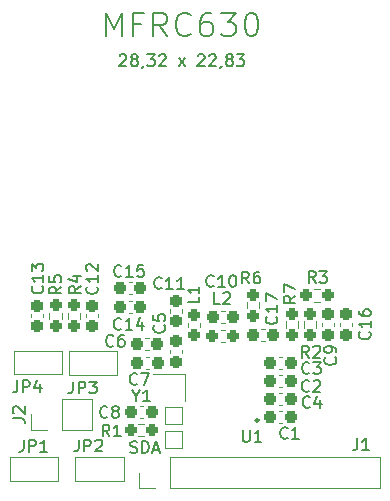
<source format=gto>
G04 #@! TF.GenerationSoftware,KiCad,Pcbnew,7.0.9*
G04 #@! TF.CreationDate,2024-04-20T19:07:20+02:00*
G04 #@! TF.ProjectId,NFC_Programmer,4e46435f-5072-46f6-9772-616d6d65722e,3.0*
G04 #@! TF.SameCoordinates,Original*
G04 #@! TF.FileFunction,Legend,Top*
G04 #@! TF.FilePolarity,Positive*
%FSLAX46Y46*%
G04 Gerber Fmt 4.6, Leading zero omitted, Abs format (unit mm)*
G04 Created by KiCad (PCBNEW 7.0.9) date 2024-04-20 19:07:20*
%MOMM*%
%LPD*%
G01*
G04 APERTURE LIST*
G04 Aperture macros list*
%AMRoundRect*
0 Rectangle with rounded corners*
0 $1 Rounding radius*
0 $2 $3 $4 $5 $6 $7 $8 $9 X,Y pos of 4 corners*
0 Add a 4 corners polygon primitive as box body*
4,1,4,$2,$3,$4,$5,$6,$7,$8,$9,$2,$3,0*
0 Add four circle primitives for the rounded corners*
1,1,$1+$1,$2,$3*
1,1,$1+$1,$4,$5*
1,1,$1+$1,$6,$7*
1,1,$1+$1,$8,$9*
0 Add four rect primitives between the rounded corners*
20,1,$1+$1,$2,$3,$4,$5,0*
20,1,$1+$1,$4,$5,$6,$7,0*
20,1,$1+$1,$6,$7,$8,$9,0*
20,1,$1+$1,$8,$9,$2,$3,0*%
G04 Aperture macros list end*
%ADD10C,0.153000*%
%ADD11C,0.120000*%
%ADD12C,0.250000*%
%ADD13RoundRect,0.237500X-0.237500X0.250000X-0.237500X-0.250000X0.237500X-0.250000X0.237500X0.250000X0*%
%ADD14RoundRect,0.237500X0.300000X0.237500X-0.300000X0.237500X-0.300000X-0.237500X0.300000X-0.237500X0*%
%ADD15RoundRect,0.237500X0.237500X-0.250000X0.237500X0.250000X-0.237500X0.250000X-0.237500X-0.250000X0*%
%ADD16R,1.000000X1.500000*%
%ADD17C,3.000000*%
%ADD18R,1.000000X1.000000*%
%ADD19R,1.700000X1.700000*%
%ADD20O,1.700000X1.700000*%
%ADD21RoundRect,0.237500X0.237500X-0.287500X0.237500X0.287500X-0.237500X0.287500X-0.237500X-0.287500X0*%
%ADD22R,0.900000X0.800000*%
%ADD23RoundRect,0.237500X0.237500X-0.300000X0.237500X0.300000X-0.237500X0.300000X-0.237500X-0.300000X0*%
%ADD24RoundRect,0.237500X-0.237500X0.300000X-0.237500X-0.300000X0.237500X-0.300000X0.237500X0.300000X0*%
%ADD25R,0.850000X0.300000*%
%ADD26R,0.300000X0.850000*%
%ADD27R,3.250000X3.250000*%
%ADD28RoundRect,0.237500X-0.300000X-0.237500X0.300000X-0.237500X0.300000X0.237500X-0.300000X0.237500X0*%
%ADD29RoundRect,0.237500X-0.250000X-0.237500X0.250000X-0.237500X0.250000X0.237500X-0.250000X0.237500X0*%
%ADD30RoundRect,0.237500X-0.287500X-0.237500X0.287500X-0.237500X0.287500X0.237500X-0.287500X0.237500X0*%
%ADD31RoundRect,0.237500X0.250000X0.237500X-0.250000X0.237500X-0.250000X-0.237500X0.250000X-0.237500X0*%
G04 APERTURE END LIST*
D10*
X134711133Y-72684901D02*
X134758752Y-72637282D01*
X134758752Y-72637282D02*
X134853990Y-72589663D01*
X134853990Y-72589663D02*
X135092085Y-72589663D01*
X135092085Y-72589663D02*
X135187323Y-72637282D01*
X135187323Y-72637282D02*
X135234942Y-72684901D01*
X135234942Y-72684901D02*
X135282561Y-72780139D01*
X135282561Y-72780139D02*
X135282561Y-72875377D01*
X135282561Y-72875377D02*
X135234942Y-73018234D01*
X135234942Y-73018234D02*
X134663514Y-73589663D01*
X134663514Y-73589663D02*
X135282561Y-73589663D01*
X135853990Y-73018234D02*
X135758752Y-72970615D01*
X135758752Y-72970615D02*
X135711133Y-72922996D01*
X135711133Y-72922996D02*
X135663514Y-72827758D01*
X135663514Y-72827758D02*
X135663514Y-72780139D01*
X135663514Y-72780139D02*
X135711133Y-72684901D01*
X135711133Y-72684901D02*
X135758752Y-72637282D01*
X135758752Y-72637282D02*
X135853990Y-72589663D01*
X135853990Y-72589663D02*
X136044466Y-72589663D01*
X136044466Y-72589663D02*
X136139704Y-72637282D01*
X136139704Y-72637282D02*
X136187323Y-72684901D01*
X136187323Y-72684901D02*
X136234942Y-72780139D01*
X136234942Y-72780139D02*
X136234942Y-72827758D01*
X136234942Y-72827758D02*
X136187323Y-72922996D01*
X136187323Y-72922996D02*
X136139704Y-72970615D01*
X136139704Y-72970615D02*
X136044466Y-73018234D01*
X136044466Y-73018234D02*
X135853990Y-73018234D01*
X135853990Y-73018234D02*
X135758752Y-73065853D01*
X135758752Y-73065853D02*
X135711133Y-73113472D01*
X135711133Y-73113472D02*
X135663514Y-73208710D01*
X135663514Y-73208710D02*
X135663514Y-73399186D01*
X135663514Y-73399186D02*
X135711133Y-73494424D01*
X135711133Y-73494424D02*
X135758752Y-73542044D01*
X135758752Y-73542044D02*
X135853990Y-73589663D01*
X135853990Y-73589663D02*
X136044466Y-73589663D01*
X136044466Y-73589663D02*
X136139704Y-73542044D01*
X136139704Y-73542044D02*
X136187323Y-73494424D01*
X136187323Y-73494424D02*
X136234942Y-73399186D01*
X136234942Y-73399186D02*
X136234942Y-73208710D01*
X136234942Y-73208710D02*
X136187323Y-73113472D01*
X136187323Y-73113472D02*
X136139704Y-73065853D01*
X136139704Y-73065853D02*
X136044466Y-73018234D01*
X136711133Y-73542044D02*
X136711133Y-73589663D01*
X136711133Y-73589663D02*
X136663514Y-73684901D01*
X136663514Y-73684901D02*
X136615895Y-73732520D01*
X137044466Y-72589663D02*
X137663513Y-72589663D01*
X137663513Y-72589663D02*
X137330180Y-72970615D01*
X137330180Y-72970615D02*
X137473037Y-72970615D01*
X137473037Y-72970615D02*
X137568275Y-73018234D01*
X137568275Y-73018234D02*
X137615894Y-73065853D01*
X137615894Y-73065853D02*
X137663513Y-73161091D01*
X137663513Y-73161091D02*
X137663513Y-73399186D01*
X137663513Y-73399186D02*
X137615894Y-73494424D01*
X137615894Y-73494424D02*
X137568275Y-73542044D01*
X137568275Y-73542044D02*
X137473037Y-73589663D01*
X137473037Y-73589663D02*
X137187323Y-73589663D01*
X137187323Y-73589663D02*
X137092085Y-73542044D01*
X137092085Y-73542044D02*
X137044466Y-73494424D01*
X138044466Y-72684901D02*
X138092085Y-72637282D01*
X138092085Y-72637282D02*
X138187323Y-72589663D01*
X138187323Y-72589663D02*
X138425418Y-72589663D01*
X138425418Y-72589663D02*
X138520656Y-72637282D01*
X138520656Y-72637282D02*
X138568275Y-72684901D01*
X138568275Y-72684901D02*
X138615894Y-72780139D01*
X138615894Y-72780139D02*
X138615894Y-72875377D01*
X138615894Y-72875377D02*
X138568275Y-73018234D01*
X138568275Y-73018234D02*
X137996847Y-73589663D01*
X137996847Y-73589663D02*
X138615894Y-73589663D01*
X139711133Y-73589663D02*
X140234942Y-72922996D01*
X139711133Y-72922996D02*
X140234942Y-73589663D01*
X141330181Y-72684901D02*
X141377800Y-72637282D01*
X141377800Y-72637282D02*
X141473038Y-72589663D01*
X141473038Y-72589663D02*
X141711133Y-72589663D01*
X141711133Y-72589663D02*
X141806371Y-72637282D01*
X141806371Y-72637282D02*
X141853990Y-72684901D01*
X141853990Y-72684901D02*
X141901609Y-72780139D01*
X141901609Y-72780139D02*
X141901609Y-72875377D01*
X141901609Y-72875377D02*
X141853990Y-73018234D01*
X141853990Y-73018234D02*
X141282562Y-73589663D01*
X141282562Y-73589663D02*
X141901609Y-73589663D01*
X142282562Y-72684901D02*
X142330181Y-72637282D01*
X142330181Y-72637282D02*
X142425419Y-72589663D01*
X142425419Y-72589663D02*
X142663514Y-72589663D01*
X142663514Y-72589663D02*
X142758752Y-72637282D01*
X142758752Y-72637282D02*
X142806371Y-72684901D01*
X142806371Y-72684901D02*
X142853990Y-72780139D01*
X142853990Y-72780139D02*
X142853990Y-72875377D01*
X142853990Y-72875377D02*
X142806371Y-73018234D01*
X142806371Y-73018234D02*
X142234943Y-73589663D01*
X142234943Y-73589663D02*
X142853990Y-73589663D01*
X143330181Y-73542044D02*
X143330181Y-73589663D01*
X143330181Y-73589663D02*
X143282562Y-73684901D01*
X143282562Y-73684901D02*
X143234943Y-73732520D01*
X143901609Y-73018234D02*
X143806371Y-72970615D01*
X143806371Y-72970615D02*
X143758752Y-72922996D01*
X143758752Y-72922996D02*
X143711133Y-72827758D01*
X143711133Y-72827758D02*
X143711133Y-72780139D01*
X143711133Y-72780139D02*
X143758752Y-72684901D01*
X143758752Y-72684901D02*
X143806371Y-72637282D01*
X143806371Y-72637282D02*
X143901609Y-72589663D01*
X143901609Y-72589663D02*
X144092085Y-72589663D01*
X144092085Y-72589663D02*
X144187323Y-72637282D01*
X144187323Y-72637282D02*
X144234942Y-72684901D01*
X144234942Y-72684901D02*
X144282561Y-72780139D01*
X144282561Y-72780139D02*
X144282561Y-72827758D01*
X144282561Y-72827758D02*
X144234942Y-72922996D01*
X144234942Y-72922996D02*
X144187323Y-72970615D01*
X144187323Y-72970615D02*
X144092085Y-73018234D01*
X144092085Y-73018234D02*
X143901609Y-73018234D01*
X143901609Y-73018234D02*
X143806371Y-73065853D01*
X143806371Y-73065853D02*
X143758752Y-73113472D01*
X143758752Y-73113472D02*
X143711133Y-73208710D01*
X143711133Y-73208710D02*
X143711133Y-73399186D01*
X143711133Y-73399186D02*
X143758752Y-73494424D01*
X143758752Y-73494424D02*
X143806371Y-73542044D01*
X143806371Y-73542044D02*
X143901609Y-73589663D01*
X143901609Y-73589663D02*
X144092085Y-73589663D01*
X144092085Y-73589663D02*
X144187323Y-73542044D01*
X144187323Y-73542044D02*
X144234942Y-73494424D01*
X144234942Y-73494424D02*
X144282561Y-73399186D01*
X144282561Y-73399186D02*
X144282561Y-73208710D01*
X144282561Y-73208710D02*
X144234942Y-73113472D01*
X144234942Y-73113472D02*
X144187323Y-73065853D01*
X144187323Y-73065853D02*
X144092085Y-73018234D01*
X144615895Y-72589663D02*
X145234942Y-72589663D01*
X145234942Y-72589663D02*
X144901609Y-72970615D01*
X144901609Y-72970615D02*
X145044466Y-72970615D01*
X145044466Y-72970615D02*
X145139704Y-73018234D01*
X145139704Y-73018234D02*
X145187323Y-73065853D01*
X145187323Y-73065853D02*
X145234942Y-73161091D01*
X145234942Y-73161091D02*
X145234942Y-73399186D01*
X145234942Y-73399186D02*
X145187323Y-73494424D01*
X145187323Y-73494424D02*
X145139704Y-73542044D01*
X145139704Y-73542044D02*
X145044466Y-73589663D01*
X145044466Y-73589663D02*
X144758752Y-73589663D01*
X144758752Y-73589663D02*
X144663514Y-73542044D01*
X144663514Y-73542044D02*
X144615895Y-73494424D01*
X133566847Y-71047282D02*
X133566847Y-69047282D01*
X133566847Y-69047282D02*
X134233514Y-70475853D01*
X134233514Y-70475853D02*
X134900180Y-69047282D01*
X134900180Y-69047282D02*
X134900180Y-71047282D01*
X136519228Y-69999663D02*
X135852561Y-69999663D01*
X135852561Y-71047282D02*
X135852561Y-69047282D01*
X135852561Y-69047282D02*
X136804942Y-69047282D01*
X138709704Y-71047282D02*
X138043037Y-70094901D01*
X137566847Y-71047282D02*
X137566847Y-69047282D01*
X137566847Y-69047282D02*
X138328752Y-69047282D01*
X138328752Y-69047282D02*
X138519228Y-69142520D01*
X138519228Y-69142520D02*
X138614466Y-69237758D01*
X138614466Y-69237758D02*
X138709704Y-69428234D01*
X138709704Y-69428234D02*
X138709704Y-69713948D01*
X138709704Y-69713948D02*
X138614466Y-69904424D01*
X138614466Y-69904424D02*
X138519228Y-69999663D01*
X138519228Y-69999663D02*
X138328752Y-70094901D01*
X138328752Y-70094901D02*
X137566847Y-70094901D01*
X140709704Y-70856805D02*
X140614466Y-70952044D01*
X140614466Y-70952044D02*
X140328752Y-71047282D01*
X140328752Y-71047282D02*
X140138276Y-71047282D01*
X140138276Y-71047282D02*
X139852561Y-70952044D01*
X139852561Y-70952044D02*
X139662085Y-70761567D01*
X139662085Y-70761567D02*
X139566847Y-70571091D01*
X139566847Y-70571091D02*
X139471609Y-70190139D01*
X139471609Y-70190139D02*
X139471609Y-69904424D01*
X139471609Y-69904424D02*
X139566847Y-69523472D01*
X139566847Y-69523472D02*
X139662085Y-69332996D01*
X139662085Y-69332996D02*
X139852561Y-69142520D01*
X139852561Y-69142520D02*
X140138276Y-69047282D01*
X140138276Y-69047282D02*
X140328752Y-69047282D01*
X140328752Y-69047282D02*
X140614466Y-69142520D01*
X140614466Y-69142520D02*
X140709704Y-69237758D01*
X142423990Y-69047282D02*
X142043037Y-69047282D01*
X142043037Y-69047282D02*
X141852561Y-69142520D01*
X141852561Y-69142520D02*
X141757323Y-69237758D01*
X141757323Y-69237758D02*
X141566847Y-69523472D01*
X141566847Y-69523472D02*
X141471609Y-69904424D01*
X141471609Y-69904424D02*
X141471609Y-70666329D01*
X141471609Y-70666329D02*
X141566847Y-70856805D01*
X141566847Y-70856805D02*
X141662085Y-70952044D01*
X141662085Y-70952044D02*
X141852561Y-71047282D01*
X141852561Y-71047282D02*
X142233514Y-71047282D01*
X142233514Y-71047282D02*
X142423990Y-70952044D01*
X142423990Y-70952044D02*
X142519228Y-70856805D01*
X142519228Y-70856805D02*
X142614466Y-70666329D01*
X142614466Y-70666329D02*
X142614466Y-70190139D01*
X142614466Y-70190139D02*
X142519228Y-69999663D01*
X142519228Y-69999663D02*
X142423990Y-69904424D01*
X142423990Y-69904424D02*
X142233514Y-69809186D01*
X142233514Y-69809186D02*
X141852561Y-69809186D01*
X141852561Y-69809186D02*
X141662085Y-69904424D01*
X141662085Y-69904424D02*
X141566847Y-69999663D01*
X141566847Y-69999663D02*
X141471609Y-70190139D01*
X143281133Y-69047282D02*
X144519228Y-69047282D01*
X144519228Y-69047282D02*
X143852561Y-69809186D01*
X143852561Y-69809186D02*
X144138276Y-69809186D01*
X144138276Y-69809186D02*
X144328752Y-69904424D01*
X144328752Y-69904424D02*
X144423990Y-69999663D01*
X144423990Y-69999663D02*
X144519228Y-70190139D01*
X144519228Y-70190139D02*
X144519228Y-70666329D01*
X144519228Y-70666329D02*
X144423990Y-70856805D01*
X144423990Y-70856805D02*
X144328752Y-70952044D01*
X144328752Y-70952044D02*
X144138276Y-71047282D01*
X144138276Y-71047282D02*
X143566847Y-71047282D01*
X143566847Y-71047282D02*
X143376371Y-70952044D01*
X143376371Y-70952044D02*
X143281133Y-70856805D01*
X145757323Y-69047282D02*
X145947800Y-69047282D01*
X145947800Y-69047282D02*
X146138276Y-69142520D01*
X146138276Y-69142520D02*
X146233514Y-69237758D01*
X146233514Y-69237758D02*
X146328752Y-69428234D01*
X146328752Y-69428234D02*
X146423990Y-69809186D01*
X146423990Y-69809186D02*
X146423990Y-70285377D01*
X146423990Y-70285377D02*
X146328752Y-70666329D01*
X146328752Y-70666329D02*
X146233514Y-70856805D01*
X146233514Y-70856805D02*
X146138276Y-70952044D01*
X146138276Y-70952044D02*
X145947800Y-71047282D01*
X145947800Y-71047282D02*
X145757323Y-71047282D01*
X145757323Y-71047282D02*
X145566847Y-70952044D01*
X145566847Y-70952044D02*
X145471609Y-70856805D01*
X145471609Y-70856805D02*
X145376371Y-70666329D01*
X145376371Y-70666329D02*
X145281133Y-70285377D01*
X145281133Y-70285377D02*
X145281133Y-69809186D01*
X145281133Y-69809186D02*
X145376371Y-69428234D01*
X145376371Y-69428234D02*
X145471609Y-69237758D01*
X145471609Y-69237758D02*
X145566847Y-69142520D01*
X145566847Y-69142520D02*
X145757323Y-69047282D01*
X150728333Y-98264663D02*
X150395000Y-97788472D01*
X150156905Y-98264663D02*
X150156905Y-97264663D01*
X150156905Y-97264663D02*
X150537857Y-97264663D01*
X150537857Y-97264663D02*
X150633095Y-97312282D01*
X150633095Y-97312282D02*
X150680714Y-97359901D01*
X150680714Y-97359901D02*
X150728333Y-97455139D01*
X150728333Y-97455139D02*
X150728333Y-97597996D01*
X150728333Y-97597996D02*
X150680714Y-97693234D01*
X150680714Y-97693234D02*
X150633095Y-97740853D01*
X150633095Y-97740853D02*
X150537857Y-97788472D01*
X150537857Y-97788472D02*
X150156905Y-97788472D01*
X151109286Y-97359901D02*
X151156905Y-97312282D01*
X151156905Y-97312282D02*
X151252143Y-97264663D01*
X151252143Y-97264663D02*
X151490238Y-97264663D01*
X151490238Y-97264663D02*
X151585476Y-97312282D01*
X151585476Y-97312282D02*
X151633095Y-97359901D01*
X151633095Y-97359901D02*
X151680714Y-97455139D01*
X151680714Y-97455139D02*
X151680714Y-97550377D01*
X151680714Y-97550377D02*
X151633095Y-97693234D01*
X151633095Y-97693234D02*
X151061667Y-98264663D01*
X151061667Y-98264663D02*
X151680714Y-98264663D01*
X147963674Y-94782857D02*
X148011294Y-94830476D01*
X148011294Y-94830476D02*
X148058913Y-94973333D01*
X148058913Y-94973333D02*
X148058913Y-95068571D01*
X148058913Y-95068571D02*
X148011294Y-95211428D01*
X148011294Y-95211428D02*
X147916055Y-95306666D01*
X147916055Y-95306666D02*
X147820817Y-95354285D01*
X147820817Y-95354285D02*
X147630341Y-95401904D01*
X147630341Y-95401904D02*
X147487484Y-95401904D01*
X147487484Y-95401904D02*
X147297008Y-95354285D01*
X147297008Y-95354285D02*
X147201770Y-95306666D01*
X147201770Y-95306666D02*
X147106532Y-95211428D01*
X147106532Y-95211428D02*
X147058913Y-95068571D01*
X147058913Y-95068571D02*
X147058913Y-94973333D01*
X147058913Y-94973333D02*
X147106532Y-94830476D01*
X147106532Y-94830476D02*
X147154151Y-94782857D01*
X148058913Y-93830476D02*
X148058913Y-94401904D01*
X148058913Y-94116190D02*
X147058913Y-94116190D01*
X147058913Y-94116190D02*
X147201770Y-94211428D01*
X147201770Y-94211428D02*
X147297008Y-94306666D01*
X147297008Y-94306666D02*
X147344627Y-94401904D01*
X147058913Y-93497142D02*
X147058913Y-92830476D01*
X147058913Y-92830476D02*
X148058913Y-93259047D01*
X145657583Y-91974663D02*
X145324250Y-91498472D01*
X145086155Y-91974663D02*
X145086155Y-90974663D01*
X145086155Y-90974663D02*
X145467107Y-90974663D01*
X145467107Y-90974663D02*
X145562345Y-91022282D01*
X145562345Y-91022282D02*
X145609964Y-91069901D01*
X145609964Y-91069901D02*
X145657583Y-91165139D01*
X145657583Y-91165139D02*
X145657583Y-91307996D01*
X145657583Y-91307996D02*
X145609964Y-91403234D01*
X145609964Y-91403234D02*
X145562345Y-91450853D01*
X145562345Y-91450853D02*
X145467107Y-91498472D01*
X145467107Y-91498472D02*
X145086155Y-91498472D01*
X146514726Y-90974663D02*
X146324250Y-90974663D01*
X146324250Y-90974663D02*
X146229012Y-91022282D01*
X146229012Y-91022282D02*
X146181393Y-91069901D01*
X146181393Y-91069901D02*
X146086155Y-91212758D01*
X146086155Y-91212758D02*
X146038536Y-91403234D01*
X146038536Y-91403234D02*
X146038536Y-91784186D01*
X146038536Y-91784186D02*
X146086155Y-91879424D01*
X146086155Y-91879424D02*
X146133774Y-91927044D01*
X146133774Y-91927044D02*
X146229012Y-91974663D01*
X146229012Y-91974663D02*
X146419488Y-91974663D01*
X146419488Y-91974663D02*
X146514726Y-91927044D01*
X146514726Y-91927044D02*
X146562345Y-91879424D01*
X146562345Y-91879424D02*
X146609964Y-91784186D01*
X146609964Y-91784186D02*
X146609964Y-91546091D01*
X146609964Y-91546091D02*
X146562345Y-91450853D01*
X146562345Y-91450853D02*
X146514726Y-91403234D01*
X146514726Y-91403234D02*
X146419488Y-91355615D01*
X146419488Y-91355615D02*
X146229012Y-91355615D01*
X146229012Y-91355615D02*
X146133774Y-91403234D01*
X146133774Y-91403234D02*
X146086155Y-91450853D01*
X146086155Y-91450853D02*
X146038536Y-91546091D01*
X130751666Y-100284663D02*
X130751666Y-100998948D01*
X130751666Y-100998948D02*
X130704047Y-101141805D01*
X130704047Y-101141805D02*
X130608809Y-101237044D01*
X130608809Y-101237044D02*
X130465952Y-101284663D01*
X130465952Y-101284663D02*
X130370714Y-101284663D01*
X131227857Y-101284663D02*
X131227857Y-100284663D01*
X131227857Y-100284663D02*
X131608809Y-100284663D01*
X131608809Y-100284663D02*
X131704047Y-100332282D01*
X131704047Y-100332282D02*
X131751666Y-100379901D01*
X131751666Y-100379901D02*
X131799285Y-100475139D01*
X131799285Y-100475139D02*
X131799285Y-100617996D01*
X131799285Y-100617996D02*
X131751666Y-100713234D01*
X131751666Y-100713234D02*
X131704047Y-100760853D01*
X131704047Y-100760853D02*
X131608809Y-100808472D01*
X131608809Y-100808472D02*
X131227857Y-100808472D01*
X132132619Y-100284663D02*
X132751666Y-100284663D01*
X132751666Y-100284663D02*
X132418333Y-100665615D01*
X132418333Y-100665615D02*
X132561190Y-100665615D01*
X132561190Y-100665615D02*
X132656428Y-100713234D01*
X132656428Y-100713234D02*
X132704047Y-100760853D01*
X132704047Y-100760853D02*
X132751666Y-100856091D01*
X132751666Y-100856091D02*
X132751666Y-101094186D01*
X132751666Y-101094186D02*
X132704047Y-101189424D01*
X132704047Y-101189424D02*
X132656428Y-101237044D01*
X132656428Y-101237044D02*
X132561190Y-101284663D01*
X132561190Y-101284663D02*
X132275476Y-101284663D01*
X132275476Y-101284663D02*
X132180238Y-101237044D01*
X132180238Y-101237044D02*
X132132619Y-101189424D01*
X134173333Y-97239424D02*
X134125714Y-97287044D01*
X134125714Y-97287044D02*
X133982857Y-97334663D01*
X133982857Y-97334663D02*
X133887619Y-97334663D01*
X133887619Y-97334663D02*
X133744762Y-97287044D01*
X133744762Y-97287044D02*
X133649524Y-97191805D01*
X133649524Y-97191805D02*
X133601905Y-97096567D01*
X133601905Y-97096567D02*
X133554286Y-96906091D01*
X133554286Y-96906091D02*
X133554286Y-96763234D01*
X133554286Y-96763234D02*
X133601905Y-96572758D01*
X133601905Y-96572758D02*
X133649524Y-96477520D01*
X133649524Y-96477520D02*
X133744762Y-96382282D01*
X133744762Y-96382282D02*
X133887619Y-96334663D01*
X133887619Y-96334663D02*
X133982857Y-96334663D01*
X133982857Y-96334663D02*
X134125714Y-96382282D01*
X134125714Y-96382282D02*
X134173333Y-96429901D01*
X135030476Y-96334663D02*
X134840000Y-96334663D01*
X134840000Y-96334663D02*
X134744762Y-96382282D01*
X134744762Y-96382282D02*
X134697143Y-96429901D01*
X134697143Y-96429901D02*
X134601905Y-96572758D01*
X134601905Y-96572758D02*
X134554286Y-96763234D01*
X134554286Y-96763234D02*
X134554286Y-97144186D01*
X134554286Y-97144186D02*
X134601905Y-97239424D01*
X134601905Y-97239424D02*
X134649524Y-97287044D01*
X134649524Y-97287044D02*
X134744762Y-97334663D01*
X134744762Y-97334663D02*
X134935238Y-97334663D01*
X134935238Y-97334663D02*
X135030476Y-97287044D01*
X135030476Y-97287044D02*
X135078095Y-97239424D01*
X135078095Y-97239424D02*
X135125714Y-97144186D01*
X135125714Y-97144186D02*
X135125714Y-96906091D01*
X135125714Y-96906091D02*
X135078095Y-96810853D01*
X135078095Y-96810853D02*
X135030476Y-96763234D01*
X135030476Y-96763234D02*
X134935238Y-96715615D01*
X134935238Y-96715615D02*
X134744762Y-96715615D01*
X134744762Y-96715615D02*
X134649524Y-96763234D01*
X134649524Y-96763234D02*
X134601905Y-96810853D01*
X134601905Y-96810853D02*
X134554286Y-96906091D01*
X125654663Y-103393333D02*
X126368948Y-103393333D01*
X126368948Y-103393333D02*
X126511805Y-103440952D01*
X126511805Y-103440952D02*
X126607044Y-103536190D01*
X126607044Y-103536190D02*
X126654663Y-103679047D01*
X126654663Y-103679047D02*
X126654663Y-103774285D01*
X125749901Y-102964761D02*
X125702282Y-102917142D01*
X125702282Y-102917142D02*
X125654663Y-102821904D01*
X125654663Y-102821904D02*
X125654663Y-102583809D01*
X125654663Y-102583809D02*
X125702282Y-102488571D01*
X125702282Y-102488571D02*
X125749901Y-102440952D01*
X125749901Y-102440952D02*
X125845139Y-102393333D01*
X125845139Y-102393333D02*
X125940377Y-102393333D01*
X125940377Y-102393333D02*
X126083234Y-102440952D01*
X126083234Y-102440952D02*
X126654663Y-103012380D01*
X126654663Y-103012380D02*
X126654663Y-102393333D01*
X141448913Y-93101666D02*
X141448913Y-93577856D01*
X141448913Y-93577856D02*
X140448913Y-93577856D01*
X141448913Y-92244523D02*
X141448913Y-92815951D01*
X141448913Y-92530237D02*
X140448913Y-92530237D01*
X140448913Y-92530237D02*
X140591770Y-92625475D01*
X140591770Y-92625475D02*
X140687008Y-92720713D01*
X140687008Y-92720713D02*
X140734627Y-92815951D01*
X134827142Y-95809424D02*
X134779523Y-95857044D01*
X134779523Y-95857044D02*
X134636666Y-95904663D01*
X134636666Y-95904663D02*
X134541428Y-95904663D01*
X134541428Y-95904663D02*
X134398571Y-95857044D01*
X134398571Y-95857044D02*
X134303333Y-95761805D01*
X134303333Y-95761805D02*
X134255714Y-95666567D01*
X134255714Y-95666567D02*
X134208095Y-95476091D01*
X134208095Y-95476091D02*
X134208095Y-95333234D01*
X134208095Y-95333234D02*
X134255714Y-95142758D01*
X134255714Y-95142758D02*
X134303333Y-95047520D01*
X134303333Y-95047520D02*
X134398571Y-94952282D01*
X134398571Y-94952282D02*
X134541428Y-94904663D01*
X134541428Y-94904663D02*
X134636666Y-94904663D01*
X134636666Y-94904663D02*
X134779523Y-94952282D01*
X134779523Y-94952282D02*
X134827142Y-94999901D01*
X135779523Y-95904663D02*
X135208095Y-95904663D01*
X135493809Y-95904663D02*
X135493809Y-94904663D01*
X135493809Y-94904663D02*
X135398571Y-95047520D01*
X135398571Y-95047520D02*
X135303333Y-95142758D01*
X135303333Y-95142758D02*
X135208095Y-95190377D01*
X136636666Y-95237996D02*
X136636666Y-95904663D01*
X136398571Y-94857044D02*
X136160476Y-95571329D01*
X136160476Y-95571329D02*
X136779523Y-95571329D01*
X136085559Y-101498472D02*
X136085559Y-101974663D01*
X135752226Y-100974663D02*
X136085559Y-101498472D01*
X136085559Y-101498472D02*
X136418892Y-100974663D01*
X137276035Y-101974663D02*
X136704607Y-101974663D01*
X136990321Y-101974663D02*
X136990321Y-100974663D01*
X136990321Y-100974663D02*
X136895083Y-101117520D01*
X136895083Y-101117520D02*
X136799845Y-101212758D01*
X136799845Y-101212758D02*
X136704607Y-101260377D01*
X138454424Y-95536666D02*
X138502044Y-95584285D01*
X138502044Y-95584285D02*
X138549663Y-95727142D01*
X138549663Y-95727142D02*
X138549663Y-95822380D01*
X138549663Y-95822380D02*
X138502044Y-95965237D01*
X138502044Y-95965237D02*
X138406805Y-96060475D01*
X138406805Y-96060475D02*
X138311567Y-96108094D01*
X138311567Y-96108094D02*
X138121091Y-96155713D01*
X138121091Y-96155713D02*
X137978234Y-96155713D01*
X137978234Y-96155713D02*
X137787758Y-96108094D01*
X137787758Y-96108094D02*
X137692520Y-96060475D01*
X137692520Y-96060475D02*
X137597282Y-95965237D01*
X137597282Y-95965237D02*
X137549663Y-95822380D01*
X137549663Y-95822380D02*
X137549663Y-95727142D01*
X137549663Y-95727142D02*
X137597282Y-95584285D01*
X137597282Y-95584285D02*
X137644901Y-95536666D01*
X137549663Y-94631904D02*
X137549663Y-95108094D01*
X137549663Y-95108094D02*
X138025853Y-95155713D01*
X138025853Y-95155713D02*
X137978234Y-95108094D01*
X137978234Y-95108094D02*
X137930615Y-95012856D01*
X137930615Y-95012856D02*
X137930615Y-94774761D01*
X137930615Y-94774761D02*
X137978234Y-94679523D01*
X137978234Y-94679523D02*
X138025853Y-94631904D01*
X138025853Y-94631904D02*
X138121091Y-94584285D01*
X138121091Y-94584285D02*
X138359186Y-94584285D01*
X138359186Y-94584285D02*
X138454424Y-94631904D01*
X138454424Y-94631904D02*
X138502044Y-94679523D01*
X138502044Y-94679523D02*
X138549663Y-94774761D01*
X138549663Y-94774761D02*
X138549663Y-95012856D01*
X138549663Y-95012856D02*
X138502044Y-95108094D01*
X138502044Y-95108094D02*
X138454424Y-95155713D01*
X138251392Y-92359424D02*
X138203773Y-92407044D01*
X138203773Y-92407044D02*
X138060916Y-92454663D01*
X138060916Y-92454663D02*
X137965678Y-92454663D01*
X137965678Y-92454663D02*
X137822821Y-92407044D01*
X137822821Y-92407044D02*
X137727583Y-92311805D01*
X137727583Y-92311805D02*
X137679964Y-92216567D01*
X137679964Y-92216567D02*
X137632345Y-92026091D01*
X137632345Y-92026091D02*
X137632345Y-91883234D01*
X137632345Y-91883234D02*
X137679964Y-91692758D01*
X137679964Y-91692758D02*
X137727583Y-91597520D01*
X137727583Y-91597520D02*
X137822821Y-91502282D01*
X137822821Y-91502282D02*
X137965678Y-91454663D01*
X137965678Y-91454663D02*
X138060916Y-91454663D01*
X138060916Y-91454663D02*
X138203773Y-91502282D01*
X138203773Y-91502282D02*
X138251392Y-91549901D01*
X139203773Y-92454663D02*
X138632345Y-92454663D01*
X138918059Y-92454663D02*
X138918059Y-91454663D01*
X138918059Y-91454663D02*
X138822821Y-91597520D01*
X138822821Y-91597520D02*
X138727583Y-91692758D01*
X138727583Y-91692758D02*
X138632345Y-91740377D01*
X140156154Y-92454663D02*
X139584726Y-92454663D01*
X139870440Y-92454663D02*
X139870440Y-91454663D01*
X139870440Y-91454663D02*
X139775202Y-91597520D01*
X139775202Y-91597520D02*
X139679964Y-91692758D01*
X139679964Y-91692758D02*
X139584726Y-91740377D01*
X145128095Y-104384663D02*
X145128095Y-105194186D01*
X145128095Y-105194186D02*
X145175714Y-105289424D01*
X145175714Y-105289424D02*
X145223333Y-105337044D01*
X145223333Y-105337044D02*
X145318571Y-105384663D01*
X145318571Y-105384663D02*
X145509047Y-105384663D01*
X145509047Y-105384663D02*
X145604285Y-105337044D01*
X145604285Y-105337044D02*
X145651904Y-105289424D01*
X145651904Y-105289424D02*
X145699523Y-105194186D01*
X145699523Y-105194186D02*
X145699523Y-104384663D01*
X146699523Y-105384663D02*
X146128095Y-105384663D01*
X146413809Y-105384663D02*
X146413809Y-104384663D01*
X146413809Y-104384663D02*
X146318571Y-104527520D01*
X146318571Y-104527520D02*
X146223333Y-104622758D01*
X146223333Y-104622758D02*
X146128095Y-104670377D01*
X154806666Y-105104663D02*
X154806666Y-105818948D01*
X154806666Y-105818948D02*
X154759047Y-105961805D01*
X154759047Y-105961805D02*
X154663809Y-106057044D01*
X154663809Y-106057044D02*
X154520952Y-106104663D01*
X154520952Y-106104663D02*
X154425714Y-106104663D01*
X155806666Y-106104663D02*
X155235238Y-106104663D01*
X155520952Y-106104663D02*
X155520952Y-105104663D01*
X155520952Y-105104663D02*
X155425714Y-105247520D01*
X155425714Y-105247520D02*
X155330476Y-105342758D01*
X155330476Y-105342758D02*
X155235238Y-105390377D01*
X131389663Y-92229166D02*
X130913472Y-92562499D01*
X131389663Y-92800594D02*
X130389663Y-92800594D01*
X130389663Y-92800594D02*
X130389663Y-92419642D01*
X130389663Y-92419642D02*
X130437282Y-92324404D01*
X130437282Y-92324404D02*
X130484901Y-92276785D01*
X130484901Y-92276785D02*
X130580139Y-92229166D01*
X130580139Y-92229166D02*
X130722996Y-92229166D01*
X130722996Y-92229166D02*
X130818234Y-92276785D01*
X130818234Y-92276785D02*
X130865853Y-92324404D01*
X130865853Y-92324404D02*
X130913472Y-92419642D01*
X130913472Y-92419642D02*
X130913472Y-92800594D01*
X130722996Y-91372023D02*
X131389663Y-91372023D01*
X130342044Y-91610118D02*
X131056329Y-91848213D01*
X131056329Y-91848213D02*
X131056329Y-91229166D01*
X152944424Y-98246666D02*
X152992044Y-98294285D01*
X152992044Y-98294285D02*
X153039663Y-98437142D01*
X153039663Y-98437142D02*
X153039663Y-98532380D01*
X153039663Y-98532380D02*
X152992044Y-98675237D01*
X152992044Y-98675237D02*
X152896805Y-98770475D01*
X152896805Y-98770475D02*
X152801567Y-98818094D01*
X152801567Y-98818094D02*
X152611091Y-98865713D01*
X152611091Y-98865713D02*
X152468234Y-98865713D01*
X152468234Y-98865713D02*
X152277758Y-98818094D01*
X152277758Y-98818094D02*
X152182520Y-98770475D01*
X152182520Y-98770475D02*
X152087282Y-98675237D01*
X152087282Y-98675237D02*
X152039663Y-98532380D01*
X152039663Y-98532380D02*
X152039663Y-98437142D01*
X152039663Y-98437142D02*
X152087282Y-98294285D01*
X152087282Y-98294285D02*
X152134901Y-98246666D01*
X153039663Y-97770475D02*
X153039663Y-97579999D01*
X153039663Y-97579999D02*
X152992044Y-97484761D01*
X152992044Y-97484761D02*
X152944424Y-97437142D01*
X152944424Y-97437142D02*
X152801567Y-97341904D01*
X152801567Y-97341904D02*
X152611091Y-97294285D01*
X152611091Y-97294285D02*
X152230139Y-97294285D01*
X152230139Y-97294285D02*
X152134901Y-97341904D01*
X152134901Y-97341904D02*
X152087282Y-97389523D01*
X152087282Y-97389523D02*
X152039663Y-97484761D01*
X152039663Y-97484761D02*
X152039663Y-97675237D01*
X152039663Y-97675237D02*
X152087282Y-97770475D01*
X152087282Y-97770475D02*
X152134901Y-97818094D01*
X152134901Y-97818094D02*
X152230139Y-97865713D01*
X152230139Y-97865713D02*
X152468234Y-97865713D01*
X152468234Y-97865713D02*
X152563472Y-97818094D01*
X152563472Y-97818094D02*
X152611091Y-97770475D01*
X152611091Y-97770475D02*
X152658710Y-97675237D01*
X152658710Y-97675237D02*
X152658710Y-97484761D01*
X152658710Y-97484761D02*
X152611091Y-97389523D01*
X152611091Y-97389523D02*
X152563472Y-97341904D01*
X152563472Y-97341904D02*
X152468234Y-97294285D01*
X134857142Y-91319424D02*
X134809523Y-91367044D01*
X134809523Y-91367044D02*
X134666666Y-91414663D01*
X134666666Y-91414663D02*
X134571428Y-91414663D01*
X134571428Y-91414663D02*
X134428571Y-91367044D01*
X134428571Y-91367044D02*
X134333333Y-91271805D01*
X134333333Y-91271805D02*
X134285714Y-91176567D01*
X134285714Y-91176567D02*
X134238095Y-90986091D01*
X134238095Y-90986091D02*
X134238095Y-90843234D01*
X134238095Y-90843234D02*
X134285714Y-90652758D01*
X134285714Y-90652758D02*
X134333333Y-90557520D01*
X134333333Y-90557520D02*
X134428571Y-90462282D01*
X134428571Y-90462282D02*
X134571428Y-90414663D01*
X134571428Y-90414663D02*
X134666666Y-90414663D01*
X134666666Y-90414663D02*
X134809523Y-90462282D01*
X134809523Y-90462282D02*
X134857142Y-90509901D01*
X135809523Y-91414663D02*
X135238095Y-91414663D01*
X135523809Y-91414663D02*
X135523809Y-90414663D01*
X135523809Y-90414663D02*
X135428571Y-90557520D01*
X135428571Y-90557520D02*
X135333333Y-90652758D01*
X135333333Y-90652758D02*
X135238095Y-90700377D01*
X136714285Y-90414663D02*
X136238095Y-90414663D01*
X136238095Y-90414663D02*
X136190476Y-90890853D01*
X136190476Y-90890853D02*
X136238095Y-90843234D01*
X136238095Y-90843234D02*
X136333333Y-90795615D01*
X136333333Y-90795615D02*
X136571428Y-90795615D01*
X136571428Y-90795615D02*
X136666666Y-90843234D01*
X136666666Y-90843234D02*
X136714285Y-90890853D01*
X136714285Y-90890853D02*
X136761904Y-90986091D01*
X136761904Y-90986091D02*
X136761904Y-91224186D01*
X136761904Y-91224186D02*
X136714285Y-91319424D01*
X136714285Y-91319424D02*
X136666666Y-91367044D01*
X136666666Y-91367044D02*
X136571428Y-91414663D01*
X136571428Y-91414663D02*
X136333333Y-91414663D01*
X136333333Y-91414663D02*
X136238095Y-91367044D01*
X136238095Y-91367044D02*
X136190476Y-91319424D01*
X150773333Y-99539424D02*
X150725714Y-99587044D01*
X150725714Y-99587044D02*
X150582857Y-99634663D01*
X150582857Y-99634663D02*
X150487619Y-99634663D01*
X150487619Y-99634663D02*
X150344762Y-99587044D01*
X150344762Y-99587044D02*
X150249524Y-99491805D01*
X150249524Y-99491805D02*
X150201905Y-99396567D01*
X150201905Y-99396567D02*
X150154286Y-99206091D01*
X150154286Y-99206091D02*
X150154286Y-99063234D01*
X150154286Y-99063234D02*
X150201905Y-98872758D01*
X150201905Y-98872758D02*
X150249524Y-98777520D01*
X150249524Y-98777520D02*
X150344762Y-98682282D01*
X150344762Y-98682282D02*
X150487619Y-98634663D01*
X150487619Y-98634663D02*
X150582857Y-98634663D01*
X150582857Y-98634663D02*
X150725714Y-98682282D01*
X150725714Y-98682282D02*
X150773333Y-98729901D01*
X151106667Y-98634663D02*
X151725714Y-98634663D01*
X151725714Y-98634663D02*
X151392381Y-99015615D01*
X151392381Y-99015615D02*
X151535238Y-99015615D01*
X151535238Y-99015615D02*
X151630476Y-99063234D01*
X151630476Y-99063234D02*
X151678095Y-99110853D01*
X151678095Y-99110853D02*
X151725714Y-99206091D01*
X151725714Y-99206091D02*
X151725714Y-99444186D01*
X151725714Y-99444186D02*
X151678095Y-99539424D01*
X151678095Y-99539424D02*
X151630476Y-99587044D01*
X151630476Y-99587044D02*
X151535238Y-99634663D01*
X151535238Y-99634663D02*
X151249524Y-99634663D01*
X151249524Y-99634663D02*
X151154286Y-99587044D01*
X151154286Y-99587044D02*
X151106667Y-99539424D01*
X150753333Y-101069424D02*
X150705714Y-101117044D01*
X150705714Y-101117044D02*
X150562857Y-101164663D01*
X150562857Y-101164663D02*
X150467619Y-101164663D01*
X150467619Y-101164663D02*
X150324762Y-101117044D01*
X150324762Y-101117044D02*
X150229524Y-101021805D01*
X150229524Y-101021805D02*
X150181905Y-100926567D01*
X150181905Y-100926567D02*
X150134286Y-100736091D01*
X150134286Y-100736091D02*
X150134286Y-100593234D01*
X150134286Y-100593234D02*
X150181905Y-100402758D01*
X150181905Y-100402758D02*
X150229524Y-100307520D01*
X150229524Y-100307520D02*
X150324762Y-100212282D01*
X150324762Y-100212282D02*
X150467619Y-100164663D01*
X150467619Y-100164663D02*
X150562857Y-100164663D01*
X150562857Y-100164663D02*
X150705714Y-100212282D01*
X150705714Y-100212282D02*
X150753333Y-100259901D01*
X151134286Y-100259901D02*
X151181905Y-100212282D01*
X151181905Y-100212282D02*
X151277143Y-100164663D01*
X151277143Y-100164663D02*
X151515238Y-100164663D01*
X151515238Y-100164663D02*
X151610476Y-100212282D01*
X151610476Y-100212282D02*
X151658095Y-100259901D01*
X151658095Y-100259901D02*
X151705714Y-100355139D01*
X151705714Y-100355139D02*
X151705714Y-100450377D01*
X151705714Y-100450377D02*
X151658095Y-100593234D01*
X151658095Y-100593234D02*
X151086667Y-101164663D01*
X151086667Y-101164663D02*
X151705714Y-101164663D01*
X149589663Y-93036666D02*
X149113472Y-93369999D01*
X149589663Y-93608094D02*
X148589663Y-93608094D01*
X148589663Y-93608094D02*
X148589663Y-93227142D01*
X148589663Y-93227142D02*
X148637282Y-93131904D01*
X148637282Y-93131904D02*
X148684901Y-93084285D01*
X148684901Y-93084285D02*
X148780139Y-93036666D01*
X148780139Y-93036666D02*
X148922996Y-93036666D01*
X148922996Y-93036666D02*
X149018234Y-93084285D01*
X149018234Y-93084285D02*
X149065853Y-93131904D01*
X149065853Y-93131904D02*
X149113472Y-93227142D01*
X149113472Y-93227142D02*
X149113472Y-93608094D01*
X148589663Y-92703332D02*
X148589663Y-92036666D01*
X148589663Y-92036666D02*
X149589663Y-92465237D01*
X155854424Y-96082857D02*
X155902044Y-96130476D01*
X155902044Y-96130476D02*
X155949663Y-96273333D01*
X155949663Y-96273333D02*
X155949663Y-96368571D01*
X155949663Y-96368571D02*
X155902044Y-96511428D01*
X155902044Y-96511428D02*
X155806805Y-96606666D01*
X155806805Y-96606666D02*
X155711567Y-96654285D01*
X155711567Y-96654285D02*
X155521091Y-96701904D01*
X155521091Y-96701904D02*
X155378234Y-96701904D01*
X155378234Y-96701904D02*
X155187758Y-96654285D01*
X155187758Y-96654285D02*
X155092520Y-96606666D01*
X155092520Y-96606666D02*
X154997282Y-96511428D01*
X154997282Y-96511428D02*
X154949663Y-96368571D01*
X154949663Y-96368571D02*
X154949663Y-96273333D01*
X154949663Y-96273333D02*
X154997282Y-96130476D01*
X154997282Y-96130476D02*
X155044901Y-96082857D01*
X155949663Y-95130476D02*
X155949663Y-95701904D01*
X155949663Y-95416190D02*
X154949663Y-95416190D01*
X154949663Y-95416190D02*
X155092520Y-95511428D01*
X155092520Y-95511428D02*
X155187758Y-95606666D01*
X155187758Y-95606666D02*
X155235377Y-95701904D01*
X154949663Y-94273333D02*
X154949663Y-94463809D01*
X154949663Y-94463809D02*
X154997282Y-94559047D01*
X154997282Y-94559047D02*
X155044901Y-94606666D01*
X155044901Y-94606666D02*
X155187758Y-94701904D01*
X155187758Y-94701904D02*
X155378234Y-94749523D01*
X155378234Y-94749523D02*
X155759186Y-94749523D01*
X155759186Y-94749523D02*
X155854424Y-94701904D01*
X155854424Y-94701904D02*
X155902044Y-94654285D01*
X155902044Y-94654285D02*
X155949663Y-94559047D01*
X155949663Y-94559047D02*
X155949663Y-94368571D01*
X155949663Y-94368571D02*
X155902044Y-94273333D01*
X155902044Y-94273333D02*
X155854424Y-94225714D01*
X155854424Y-94225714D02*
X155759186Y-94178095D01*
X155759186Y-94178095D02*
X155521091Y-94178095D01*
X155521091Y-94178095D02*
X155425853Y-94225714D01*
X155425853Y-94225714D02*
X155378234Y-94273333D01*
X155378234Y-94273333D02*
X155330615Y-94368571D01*
X155330615Y-94368571D02*
X155330615Y-94559047D01*
X155330615Y-94559047D02*
X155378234Y-94654285D01*
X155378234Y-94654285D02*
X155425853Y-94701904D01*
X155425853Y-94701904D02*
X155521091Y-94749523D01*
X150808333Y-102429424D02*
X150760714Y-102477044D01*
X150760714Y-102477044D02*
X150617857Y-102524663D01*
X150617857Y-102524663D02*
X150522619Y-102524663D01*
X150522619Y-102524663D02*
X150379762Y-102477044D01*
X150379762Y-102477044D02*
X150284524Y-102381805D01*
X150284524Y-102381805D02*
X150236905Y-102286567D01*
X150236905Y-102286567D02*
X150189286Y-102096091D01*
X150189286Y-102096091D02*
X150189286Y-101953234D01*
X150189286Y-101953234D02*
X150236905Y-101762758D01*
X150236905Y-101762758D02*
X150284524Y-101667520D01*
X150284524Y-101667520D02*
X150379762Y-101572282D01*
X150379762Y-101572282D02*
X150522619Y-101524663D01*
X150522619Y-101524663D02*
X150617857Y-101524663D01*
X150617857Y-101524663D02*
X150760714Y-101572282D01*
X150760714Y-101572282D02*
X150808333Y-101619901D01*
X151665476Y-101857996D02*
X151665476Y-102524663D01*
X151427381Y-101477044D02*
X151189286Y-102191329D01*
X151189286Y-102191329D02*
X151808333Y-102191329D01*
X129759663Y-92259166D02*
X129283472Y-92592499D01*
X129759663Y-92830594D02*
X128759663Y-92830594D01*
X128759663Y-92830594D02*
X128759663Y-92449642D01*
X128759663Y-92449642D02*
X128807282Y-92354404D01*
X128807282Y-92354404D02*
X128854901Y-92306785D01*
X128854901Y-92306785D02*
X128950139Y-92259166D01*
X128950139Y-92259166D02*
X129092996Y-92259166D01*
X129092996Y-92259166D02*
X129188234Y-92306785D01*
X129188234Y-92306785D02*
X129235853Y-92354404D01*
X129235853Y-92354404D02*
X129283472Y-92449642D01*
X129283472Y-92449642D02*
X129283472Y-92830594D01*
X128759663Y-91354404D02*
X128759663Y-91830594D01*
X128759663Y-91830594D02*
X129235853Y-91878213D01*
X129235853Y-91878213D02*
X129188234Y-91830594D01*
X129188234Y-91830594D02*
X129140615Y-91735356D01*
X129140615Y-91735356D02*
X129140615Y-91497261D01*
X129140615Y-91497261D02*
X129188234Y-91402023D01*
X129188234Y-91402023D02*
X129235853Y-91354404D01*
X129235853Y-91354404D02*
X129331091Y-91306785D01*
X129331091Y-91306785D02*
X129569186Y-91306785D01*
X129569186Y-91306785D02*
X129664424Y-91354404D01*
X129664424Y-91354404D02*
X129712044Y-91402023D01*
X129712044Y-91402023D02*
X129759663Y-91497261D01*
X129759663Y-91497261D02*
X129759663Y-91735356D01*
X129759663Y-91735356D02*
X129712044Y-91830594D01*
X129712044Y-91830594D02*
X129664424Y-91878213D01*
X151288333Y-91934663D02*
X150955000Y-91458472D01*
X150716905Y-91934663D02*
X150716905Y-90934663D01*
X150716905Y-90934663D02*
X151097857Y-90934663D01*
X151097857Y-90934663D02*
X151193095Y-90982282D01*
X151193095Y-90982282D02*
X151240714Y-91029901D01*
X151240714Y-91029901D02*
X151288333Y-91125139D01*
X151288333Y-91125139D02*
X151288333Y-91267996D01*
X151288333Y-91267996D02*
X151240714Y-91363234D01*
X151240714Y-91363234D02*
X151193095Y-91410853D01*
X151193095Y-91410853D02*
X151097857Y-91458472D01*
X151097857Y-91458472D02*
X150716905Y-91458472D01*
X151621667Y-90934663D02*
X152240714Y-90934663D01*
X152240714Y-90934663D02*
X151907381Y-91315615D01*
X151907381Y-91315615D02*
X152050238Y-91315615D01*
X152050238Y-91315615D02*
X152145476Y-91363234D01*
X152145476Y-91363234D02*
X152193095Y-91410853D01*
X152193095Y-91410853D02*
X152240714Y-91506091D01*
X152240714Y-91506091D02*
X152240714Y-91744186D01*
X152240714Y-91744186D02*
X152193095Y-91839424D01*
X152193095Y-91839424D02*
X152145476Y-91887044D01*
X152145476Y-91887044D02*
X152050238Y-91934663D01*
X152050238Y-91934663D02*
X151764524Y-91934663D01*
X151764524Y-91934663D02*
X151669286Y-91887044D01*
X151669286Y-91887044D02*
X151621667Y-91839424D01*
X132769424Y-92252857D02*
X132817044Y-92300476D01*
X132817044Y-92300476D02*
X132864663Y-92443333D01*
X132864663Y-92443333D02*
X132864663Y-92538571D01*
X132864663Y-92538571D02*
X132817044Y-92681428D01*
X132817044Y-92681428D02*
X132721805Y-92776666D01*
X132721805Y-92776666D02*
X132626567Y-92824285D01*
X132626567Y-92824285D02*
X132436091Y-92871904D01*
X132436091Y-92871904D02*
X132293234Y-92871904D01*
X132293234Y-92871904D02*
X132102758Y-92824285D01*
X132102758Y-92824285D02*
X132007520Y-92776666D01*
X132007520Y-92776666D02*
X131912282Y-92681428D01*
X131912282Y-92681428D02*
X131864663Y-92538571D01*
X131864663Y-92538571D02*
X131864663Y-92443333D01*
X131864663Y-92443333D02*
X131912282Y-92300476D01*
X131912282Y-92300476D02*
X131959901Y-92252857D01*
X132864663Y-91300476D02*
X132864663Y-91871904D01*
X132864663Y-91586190D02*
X131864663Y-91586190D01*
X131864663Y-91586190D02*
X132007520Y-91681428D01*
X132007520Y-91681428D02*
X132102758Y-91776666D01*
X132102758Y-91776666D02*
X132150377Y-91871904D01*
X131959901Y-90919523D02*
X131912282Y-90871904D01*
X131912282Y-90871904D02*
X131864663Y-90776666D01*
X131864663Y-90776666D02*
X131864663Y-90538571D01*
X131864663Y-90538571D02*
X131912282Y-90443333D01*
X131912282Y-90443333D02*
X131959901Y-90395714D01*
X131959901Y-90395714D02*
X132055139Y-90348095D01*
X132055139Y-90348095D02*
X132150377Y-90348095D01*
X132150377Y-90348095D02*
X132293234Y-90395714D01*
X132293234Y-90395714D02*
X132864663Y-90967142D01*
X132864663Y-90967142D02*
X132864663Y-90348095D01*
X128154424Y-92212857D02*
X128202044Y-92260476D01*
X128202044Y-92260476D02*
X128249663Y-92403333D01*
X128249663Y-92403333D02*
X128249663Y-92498571D01*
X128249663Y-92498571D02*
X128202044Y-92641428D01*
X128202044Y-92641428D02*
X128106805Y-92736666D01*
X128106805Y-92736666D02*
X128011567Y-92784285D01*
X128011567Y-92784285D02*
X127821091Y-92831904D01*
X127821091Y-92831904D02*
X127678234Y-92831904D01*
X127678234Y-92831904D02*
X127487758Y-92784285D01*
X127487758Y-92784285D02*
X127392520Y-92736666D01*
X127392520Y-92736666D02*
X127297282Y-92641428D01*
X127297282Y-92641428D02*
X127249663Y-92498571D01*
X127249663Y-92498571D02*
X127249663Y-92403333D01*
X127249663Y-92403333D02*
X127297282Y-92260476D01*
X127297282Y-92260476D02*
X127344901Y-92212857D01*
X128249663Y-91260476D02*
X128249663Y-91831904D01*
X128249663Y-91546190D02*
X127249663Y-91546190D01*
X127249663Y-91546190D02*
X127392520Y-91641428D01*
X127392520Y-91641428D02*
X127487758Y-91736666D01*
X127487758Y-91736666D02*
X127535377Y-91831904D01*
X127249663Y-90927142D02*
X127249663Y-90308095D01*
X127249663Y-90308095D02*
X127630615Y-90641428D01*
X127630615Y-90641428D02*
X127630615Y-90498571D01*
X127630615Y-90498571D02*
X127678234Y-90403333D01*
X127678234Y-90403333D02*
X127725853Y-90355714D01*
X127725853Y-90355714D02*
X127821091Y-90308095D01*
X127821091Y-90308095D02*
X128059186Y-90308095D01*
X128059186Y-90308095D02*
X128154424Y-90355714D01*
X128154424Y-90355714D02*
X128202044Y-90403333D01*
X128202044Y-90403333D02*
X128249663Y-90498571D01*
X128249663Y-90498571D02*
X128249663Y-90784285D01*
X128249663Y-90784285D02*
X128202044Y-90879523D01*
X128202044Y-90879523D02*
X128154424Y-90927142D01*
X133673333Y-103279424D02*
X133625714Y-103327044D01*
X133625714Y-103327044D02*
X133482857Y-103374663D01*
X133482857Y-103374663D02*
X133387619Y-103374663D01*
X133387619Y-103374663D02*
X133244762Y-103327044D01*
X133244762Y-103327044D02*
X133149524Y-103231805D01*
X133149524Y-103231805D02*
X133101905Y-103136567D01*
X133101905Y-103136567D02*
X133054286Y-102946091D01*
X133054286Y-102946091D02*
X133054286Y-102803234D01*
X133054286Y-102803234D02*
X133101905Y-102612758D01*
X133101905Y-102612758D02*
X133149524Y-102517520D01*
X133149524Y-102517520D02*
X133244762Y-102422282D01*
X133244762Y-102422282D02*
X133387619Y-102374663D01*
X133387619Y-102374663D02*
X133482857Y-102374663D01*
X133482857Y-102374663D02*
X133625714Y-102422282D01*
X133625714Y-102422282D02*
X133673333Y-102469901D01*
X134244762Y-102803234D02*
X134149524Y-102755615D01*
X134149524Y-102755615D02*
X134101905Y-102707996D01*
X134101905Y-102707996D02*
X134054286Y-102612758D01*
X134054286Y-102612758D02*
X134054286Y-102565139D01*
X134054286Y-102565139D02*
X134101905Y-102469901D01*
X134101905Y-102469901D02*
X134149524Y-102422282D01*
X134149524Y-102422282D02*
X134244762Y-102374663D01*
X134244762Y-102374663D02*
X134435238Y-102374663D01*
X134435238Y-102374663D02*
X134530476Y-102422282D01*
X134530476Y-102422282D02*
X134578095Y-102469901D01*
X134578095Y-102469901D02*
X134625714Y-102565139D01*
X134625714Y-102565139D02*
X134625714Y-102612758D01*
X134625714Y-102612758D02*
X134578095Y-102707996D01*
X134578095Y-102707996D02*
X134530476Y-102755615D01*
X134530476Y-102755615D02*
X134435238Y-102803234D01*
X134435238Y-102803234D02*
X134244762Y-102803234D01*
X134244762Y-102803234D02*
X134149524Y-102850853D01*
X134149524Y-102850853D02*
X134101905Y-102898472D01*
X134101905Y-102898472D02*
X134054286Y-102993710D01*
X134054286Y-102993710D02*
X134054286Y-103184186D01*
X134054286Y-103184186D02*
X134101905Y-103279424D01*
X134101905Y-103279424D02*
X134149524Y-103327044D01*
X134149524Y-103327044D02*
X134244762Y-103374663D01*
X134244762Y-103374663D02*
X134435238Y-103374663D01*
X134435238Y-103374663D02*
X134530476Y-103327044D01*
X134530476Y-103327044D02*
X134578095Y-103279424D01*
X134578095Y-103279424D02*
X134625714Y-103184186D01*
X134625714Y-103184186D02*
X134625714Y-102993710D01*
X134625714Y-102993710D02*
X134578095Y-102898472D01*
X134578095Y-102898472D02*
X134530476Y-102850853D01*
X134530476Y-102850853D02*
X134435238Y-102803234D01*
X143202583Y-93704663D02*
X142726393Y-93704663D01*
X142726393Y-93704663D02*
X142726393Y-92704663D01*
X143488298Y-92799901D02*
X143535917Y-92752282D01*
X143535917Y-92752282D02*
X143631155Y-92704663D01*
X143631155Y-92704663D02*
X143869250Y-92704663D01*
X143869250Y-92704663D02*
X143964488Y-92752282D01*
X143964488Y-92752282D02*
X144012107Y-92799901D01*
X144012107Y-92799901D02*
X144059726Y-92895139D01*
X144059726Y-92895139D02*
X144059726Y-92990377D01*
X144059726Y-92990377D02*
X144012107Y-93133234D01*
X144012107Y-93133234D02*
X143440679Y-93704663D01*
X143440679Y-93704663D02*
X144059726Y-93704663D01*
X133843333Y-104924663D02*
X133510000Y-104448472D01*
X133271905Y-104924663D02*
X133271905Y-103924663D01*
X133271905Y-103924663D02*
X133652857Y-103924663D01*
X133652857Y-103924663D02*
X133748095Y-103972282D01*
X133748095Y-103972282D02*
X133795714Y-104019901D01*
X133795714Y-104019901D02*
X133843333Y-104115139D01*
X133843333Y-104115139D02*
X133843333Y-104257996D01*
X133843333Y-104257996D02*
X133795714Y-104353234D01*
X133795714Y-104353234D02*
X133748095Y-104400853D01*
X133748095Y-104400853D02*
X133652857Y-104448472D01*
X133652857Y-104448472D02*
X133271905Y-104448472D01*
X134795714Y-104924663D02*
X134224286Y-104924663D01*
X134510000Y-104924663D02*
X134510000Y-103924663D01*
X134510000Y-103924663D02*
X134414762Y-104067520D01*
X134414762Y-104067520D02*
X134319524Y-104162758D01*
X134319524Y-104162758D02*
X134224286Y-104210377D01*
X126041666Y-100194663D02*
X126041666Y-100908948D01*
X126041666Y-100908948D02*
X125994047Y-101051805D01*
X125994047Y-101051805D02*
X125898809Y-101147044D01*
X125898809Y-101147044D02*
X125755952Y-101194663D01*
X125755952Y-101194663D02*
X125660714Y-101194663D01*
X126517857Y-101194663D02*
X126517857Y-100194663D01*
X126517857Y-100194663D02*
X126898809Y-100194663D01*
X126898809Y-100194663D02*
X126994047Y-100242282D01*
X126994047Y-100242282D02*
X127041666Y-100289901D01*
X127041666Y-100289901D02*
X127089285Y-100385139D01*
X127089285Y-100385139D02*
X127089285Y-100527996D01*
X127089285Y-100527996D02*
X127041666Y-100623234D01*
X127041666Y-100623234D02*
X126994047Y-100670853D01*
X126994047Y-100670853D02*
X126898809Y-100718472D01*
X126898809Y-100718472D02*
X126517857Y-100718472D01*
X127946428Y-100527996D02*
X127946428Y-101194663D01*
X127708333Y-100147044D02*
X127470238Y-100861329D01*
X127470238Y-100861329D02*
X128089285Y-100861329D01*
X131226666Y-105194663D02*
X131226666Y-105908948D01*
X131226666Y-105908948D02*
X131179047Y-106051805D01*
X131179047Y-106051805D02*
X131083809Y-106147044D01*
X131083809Y-106147044D02*
X130940952Y-106194663D01*
X130940952Y-106194663D02*
X130845714Y-106194663D01*
X131702857Y-106194663D02*
X131702857Y-105194663D01*
X131702857Y-105194663D02*
X132083809Y-105194663D01*
X132083809Y-105194663D02*
X132179047Y-105242282D01*
X132179047Y-105242282D02*
X132226666Y-105289901D01*
X132226666Y-105289901D02*
X132274285Y-105385139D01*
X132274285Y-105385139D02*
X132274285Y-105527996D01*
X132274285Y-105527996D02*
X132226666Y-105623234D01*
X132226666Y-105623234D02*
X132179047Y-105670853D01*
X132179047Y-105670853D02*
X132083809Y-105718472D01*
X132083809Y-105718472D02*
X131702857Y-105718472D01*
X132655238Y-105289901D02*
X132702857Y-105242282D01*
X132702857Y-105242282D02*
X132798095Y-105194663D01*
X132798095Y-105194663D02*
X133036190Y-105194663D01*
X133036190Y-105194663D02*
X133131428Y-105242282D01*
X133131428Y-105242282D02*
X133179047Y-105289901D01*
X133179047Y-105289901D02*
X133226666Y-105385139D01*
X133226666Y-105385139D02*
X133226666Y-105480377D01*
X133226666Y-105480377D02*
X133179047Y-105623234D01*
X133179047Y-105623234D02*
X132607619Y-106194663D01*
X132607619Y-106194663D02*
X133226666Y-106194663D01*
X126566666Y-105224663D02*
X126566666Y-105938948D01*
X126566666Y-105938948D02*
X126519047Y-106081805D01*
X126519047Y-106081805D02*
X126423809Y-106177044D01*
X126423809Y-106177044D02*
X126280952Y-106224663D01*
X126280952Y-106224663D02*
X126185714Y-106224663D01*
X127042857Y-106224663D02*
X127042857Y-105224663D01*
X127042857Y-105224663D02*
X127423809Y-105224663D01*
X127423809Y-105224663D02*
X127519047Y-105272282D01*
X127519047Y-105272282D02*
X127566666Y-105319901D01*
X127566666Y-105319901D02*
X127614285Y-105415139D01*
X127614285Y-105415139D02*
X127614285Y-105557996D01*
X127614285Y-105557996D02*
X127566666Y-105653234D01*
X127566666Y-105653234D02*
X127519047Y-105700853D01*
X127519047Y-105700853D02*
X127423809Y-105748472D01*
X127423809Y-105748472D02*
X127042857Y-105748472D01*
X128566666Y-106224663D02*
X127995238Y-106224663D01*
X128280952Y-106224663D02*
X128280952Y-105224663D01*
X128280952Y-105224663D02*
X128185714Y-105367520D01*
X128185714Y-105367520D02*
X128090476Y-105462758D01*
X128090476Y-105462758D02*
X127995238Y-105510377D01*
X142661392Y-92189424D02*
X142613773Y-92237044D01*
X142613773Y-92237044D02*
X142470916Y-92284663D01*
X142470916Y-92284663D02*
X142375678Y-92284663D01*
X142375678Y-92284663D02*
X142232821Y-92237044D01*
X142232821Y-92237044D02*
X142137583Y-92141805D01*
X142137583Y-92141805D02*
X142089964Y-92046567D01*
X142089964Y-92046567D02*
X142042345Y-91856091D01*
X142042345Y-91856091D02*
X142042345Y-91713234D01*
X142042345Y-91713234D02*
X142089964Y-91522758D01*
X142089964Y-91522758D02*
X142137583Y-91427520D01*
X142137583Y-91427520D02*
X142232821Y-91332282D01*
X142232821Y-91332282D02*
X142375678Y-91284663D01*
X142375678Y-91284663D02*
X142470916Y-91284663D01*
X142470916Y-91284663D02*
X142613773Y-91332282D01*
X142613773Y-91332282D02*
X142661392Y-91379901D01*
X143613773Y-92284663D02*
X143042345Y-92284663D01*
X143328059Y-92284663D02*
X143328059Y-91284663D01*
X143328059Y-91284663D02*
X143232821Y-91427520D01*
X143232821Y-91427520D02*
X143137583Y-91522758D01*
X143137583Y-91522758D02*
X143042345Y-91570377D01*
X144232821Y-91284663D02*
X144328059Y-91284663D01*
X144328059Y-91284663D02*
X144423297Y-91332282D01*
X144423297Y-91332282D02*
X144470916Y-91379901D01*
X144470916Y-91379901D02*
X144518535Y-91475139D01*
X144518535Y-91475139D02*
X144566154Y-91665615D01*
X144566154Y-91665615D02*
X144566154Y-91903710D01*
X144566154Y-91903710D02*
X144518535Y-92094186D01*
X144518535Y-92094186D02*
X144470916Y-92189424D01*
X144470916Y-92189424D02*
X144423297Y-92237044D01*
X144423297Y-92237044D02*
X144328059Y-92284663D01*
X144328059Y-92284663D02*
X144232821Y-92284663D01*
X144232821Y-92284663D02*
X144137583Y-92237044D01*
X144137583Y-92237044D02*
X144089964Y-92189424D01*
X144089964Y-92189424D02*
X144042345Y-92094186D01*
X144042345Y-92094186D02*
X143994726Y-91903710D01*
X143994726Y-91903710D02*
X143994726Y-91665615D01*
X143994726Y-91665615D02*
X144042345Y-91475139D01*
X144042345Y-91475139D02*
X144089964Y-91379901D01*
X144089964Y-91379901D02*
X144137583Y-91332282D01*
X144137583Y-91332282D02*
X144232821Y-91284663D01*
X136188333Y-100489424D02*
X136140714Y-100537044D01*
X136140714Y-100537044D02*
X135997857Y-100584663D01*
X135997857Y-100584663D02*
X135902619Y-100584663D01*
X135902619Y-100584663D02*
X135759762Y-100537044D01*
X135759762Y-100537044D02*
X135664524Y-100441805D01*
X135664524Y-100441805D02*
X135616905Y-100346567D01*
X135616905Y-100346567D02*
X135569286Y-100156091D01*
X135569286Y-100156091D02*
X135569286Y-100013234D01*
X135569286Y-100013234D02*
X135616905Y-99822758D01*
X135616905Y-99822758D02*
X135664524Y-99727520D01*
X135664524Y-99727520D02*
X135759762Y-99632282D01*
X135759762Y-99632282D02*
X135902619Y-99584663D01*
X135902619Y-99584663D02*
X135997857Y-99584663D01*
X135997857Y-99584663D02*
X136140714Y-99632282D01*
X136140714Y-99632282D02*
X136188333Y-99679901D01*
X136521667Y-99584663D02*
X137188333Y-99584663D01*
X137188333Y-99584663D02*
X136759762Y-100584663D01*
X135615714Y-106287044D02*
X135758571Y-106334663D01*
X135758571Y-106334663D02*
X135996666Y-106334663D01*
X135996666Y-106334663D02*
X136091904Y-106287044D01*
X136091904Y-106287044D02*
X136139523Y-106239424D01*
X136139523Y-106239424D02*
X136187142Y-106144186D01*
X136187142Y-106144186D02*
X136187142Y-106048948D01*
X136187142Y-106048948D02*
X136139523Y-105953710D01*
X136139523Y-105953710D02*
X136091904Y-105906091D01*
X136091904Y-105906091D02*
X135996666Y-105858472D01*
X135996666Y-105858472D02*
X135806190Y-105810853D01*
X135806190Y-105810853D02*
X135710952Y-105763234D01*
X135710952Y-105763234D02*
X135663333Y-105715615D01*
X135663333Y-105715615D02*
X135615714Y-105620377D01*
X135615714Y-105620377D02*
X135615714Y-105525139D01*
X135615714Y-105525139D02*
X135663333Y-105429901D01*
X135663333Y-105429901D02*
X135710952Y-105382282D01*
X135710952Y-105382282D02*
X135806190Y-105334663D01*
X135806190Y-105334663D02*
X136044285Y-105334663D01*
X136044285Y-105334663D02*
X136187142Y-105382282D01*
X136615714Y-106334663D02*
X136615714Y-105334663D01*
X136615714Y-105334663D02*
X136853809Y-105334663D01*
X136853809Y-105334663D02*
X136996666Y-105382282D01*
X136996666Y-105382282D02*
X137091904Y-105477520D01*
X137091904Y-105477520D02*
X137139523Y-105572758D01*
X137139523Y-105572758D02*
X137187142Y-105763234D01*
X137187142Y-105763234D02*
X137187142Y-105906091D01*
X137187142Y-105906091D02*
X137139523Y-106096567D01*
X137139523Y-106096567D02*
X137091904Y-106191805D01*
X137091904Y-106191805D02*
X136996666Y-106287044D01*
X136996666Y-106287044D02*
X136853809Y-106334663D01*
X136853809Y-106334663D02*
X136615714Y-106334663D01*
X137568095Y-106048948D02*
X138044285Y-106048948D01*
X137472857Y-106334663D02*
X137806190Y-105334663D01*
X137806190Y-105334663D02*
X138139523Y-106334663D01*
X148923333Y-105049424D02*
X148875714Y-105097044D01*
X148875714Y-105097044D02*
X148732857Y-105144663D01*
X148732857Y-105144663D02*
X148637619Y-105144663D01*
X148637619Y-105144663D02*
X148494762Y-105097044D01*
X148494762Y-105097044D02*
X148399524Y-105001805D01*
X148399524Y-105001805D02*
X148351905Y-104906567D01*
X148351905Y-104906567D02*
X148304286Y-104716091D01*
X148304286Y-104716091D02*
X148304286Y-104573234D01*
X148304286Y-104573234D02*
X148351905Y-104382758D01*
X148351905Y-104382758D02*
X148399524Y-104287520D01*
X148399524Y-104287520D02*
X148494762Y-104192282D01*
X148494762Y-104192282D02*
X148637619Y-104144663D01*
X148637619Y-104144663D02*
X148732857Y-104144663D01*
X148732857Y-104144663D02*
X148875714Y-104192282D01*
X148875714Y-104192282D02*
X148923333Y-104239901D01*
X149875714Y-105144663D02*
X149304286Y-105144663D01*
X149590000Y-105144663D02*
X149590000Y-104144663D01*
X149590000Y-104144663D02*
X149494762Y-104287520D01*
X149494762Y-104287520D02*
X149399524Y-104382758D01*
X149399524Y-104382758D02*
X149304286Y-104430377D01*
D11*
X151336250Y-95202776D02*
X151336250Y-95712224D01*
X150291250Y-95202776D02*
X150291250Y-95712224D01*
X146980517Y-96890000D02*
X146687983Y-96890000D01*
X146980517Y-95870000D02*
X146687983Y-95870000D01*
X145471750Y-94084724D02*
X145471750Y-93575276D01*
X146516750Y-94084724D02*
X146516750Y-93575276D01*
X130385000Y-97700000D02*
X134485000Y-97700000D01*
X130385000Y-99700000D02*
X130385000Y-97700000D01*
X134485000Y-97700000D02*
X134485000Y-99700000D01*
X134485000Y-99700000D02*
X130385000Y-99700000D01*
X138570000Y-102440000D02*
X139970000Y-102440000D01*
X138570000Y-103840000D02*
X138570000Y-102440000D01*
X139970000Y-102440000D02*
X139970000Y-103840000D01*
X139970000Y-103840000D02*
X138570000Y-103840000D01*
X137170517Y-97620000D02*
X136877983Y-97620000D01*
X137170517Y-96600000D02*
X136877983Y-96600000D01*
X127200000Y-104390000D02*
X127200000Y-103060000D01*
X128530000Y-104390000D02*
X127200000Y-104390000D01*
X129800000Y-104390000D02*
X132400000Y-104390000D01*
X129800000Y-104390000D02*
X129800000Y-101730000D01*
X132400000Y-104390000D02*
X132400000Y-101730000D01*
X129800000Y-101730000D02*
X132400000Y-101730000D01*
X140484250Y-95681267D02*
X140484250Y-95338733D01*
X141504250Y-95681267D02*
X141504250Y-95338733D01*
X135746267Y-94480000D02*
X135453733Y-94480000D01*
X135746267Y-93460000D02*
X135453733Y-93460000D01*
X140221750Y-101930000D02*
X140221750Y-99630000D01*
X140221750Y-99630000D02*
X137521750Y-99630000D01*
X138994250Y-97886267D02*
X138994250Y-97593733D01*
X140014250Y-97886267D02*
X140014250Y-97593733D01*
X139974250Y-94183733D02*
X139974250Y-94476267D01*
X138954250Y-94183733D02*
X138954250Y-94476267D01*
D12*
X146464250Y-103570000D02*
G75*
G03*
X146464250Y-103570000I-125000J0D01*
G01*
D11*
X136340000Y-109330000D02*
X136340000Y-108000000D01*
X137670000Y-109330000D02*
X136340000Y-109330000D01*
X138940000Y-109330000D02*
X156780000Y-109330000D01*
X138940000Y-109330000D02*
X138940000Y-106670000D01*
X156780000Y-109330000D02*
X156780000Y-106670000D01*
X138940000Y-106670000D02*
X156780000Y-106670000D01*
X131357500Y-94457776D02*
X131357500Y-94967224D01*
X130312500Y-94457776D02*
X130312500Y-94967224D01*
X151834250Y-95603767D02*
X151834250Y-95311233D01*
X152854250Y-95603767D02*
X152854250Y-95311233D01*
X135746267Y-92910000D02*
X135453733Y-92910000D01*
X135746267Y-91890000D02*
X135453733Y-91890000D01*
X148161233Y-98190000D02*
X148453767Y-98190000D01*
X148161233Y-99210000D02*
X148453767Y-99210000D01*
X148161233Y-99710000D02*
X148453767Y-99710000D01*
X148161233Y-100730000D02*
X148453767Y-100730000D01*
X148760750Y-95712224D02*
X148760750Y-95202776D01*
X149805750Y-95712224D02*
X149805750Y-95202776D01*
X154414250Y-95303733D02*
X154414250Y-95596267D01*
X153394250Y-95303733D02*
X153394250Y-95596267D01*
X148161233Y-101230000D02*
X148453767Y-101230000D01*
X148161233Y-102250000D02*
X148453767Y-102250000D01*
X129807500Y-94457776D02*
X129807500Y-94967224D01*
X128762500Y-94457776D02*
X128762500Y-94967224D01*
X151180276Y-92467500D02*
X151689724Y-92467500D01*
X151180276Y-93512500D02*
X151689724Y-93512500D01*
X132895000Y-94566233D02*
X132895000Y-94858767D01*
X131875000Y-94566233D02*
X131875000Y-94858767D01*
X127215000Y-94858767D02*
X127215000Y-94566233D01*
X128235000Y-94858767D02*
X128235000Y-94566233D01*
X136688767Y-103380000D02*
X136396233Y-103380000D01*
X136688767Y-102360000D02*
X136396233Y-102360000D01*
X143247983Y-95890000D02*
X143590517Y-95890000D01*
X143247983Y-96910000D02*
X143590517Y-96910000D01*
X136794724Y-104922500D02*
X136285276Y-104922500D01*
X136794724Y-103877500D02*
X136285276Y-103877500D01*
X129825000Y-99690000D02*
X125725000Y-99690000D01*
X129825000Y-97690000D02*
X129825000Y-99690000D01*
X125725000Y-99690000D02*
X125725000Y-97690000D01*
X125725000Y-97690000D02*
X129825000Y-97690000D01*
X135060000Y-108670000D02*
X130960000Y-108670000D01*
X135060000Y-106670000D02*
X135060000Y-108670000D01*
X130960000Y-108670000D02*
X130960000Y-106670000D01*
X130960000Y-106670000D02*
X135060000Y-106670000D01*
X125420000Y-106670000D02*
X129520000Y-106670000D01*
X125420000Y-108670000D02*
X125420000Y-106670000D01*
X129520000Y-106670000D02*
X129520000Y-108670000D01*
X129520000Y-108670000D02*
X125420000Y-108670000D01*
X143325483Y-94280000D02*
X143618017Y-94280000D01*
X143325483Y-95300000D02*
X143618017Y-95300000D01*
X137210517Y-99190000D02*
X136917983Y-99190000D01*
X137210517Y-98170000D02*
X136917983Y-98170000D01*
X139970000Y-105900000D02*
X138570000Y-105900000D01*
X139970000Y-104500000D02*
X139970000Y-105900000D01*
X138570000Y-105900000D02*
X138570000Y-104500000D01*
X138570000Y-104500000D02*
X139970000Y-104500000D01*
X148161233Y-102750000D02*
X148453767Y-102750000D01*
X148161233Y-103770000D02*
X148453767Y-103770000D01*
%LPC*%
D13*
X150813750Y-94545000D03*
X150813750Y-96370000D03*
D14*
X147696750Y-96380000D03*
X145971750Y-96380000D03*
D15*
X145994250Y-94742500D03*
X145994250Y-92917500D03*
D16*
X131135000Y-98700000D03*
X132435000Y-98700000D03*
X133735000Y-98700000D03*
D17*
X124080000Y-58640000D03*
X156120000Y-58640000D03*
D18*
X139270000Y-103140000D03*
D14*
X137886750Y-97110000D03*
X136161750Y-97110000D03*
D19*
X128530000Y-103060000D03*
D20*
X131070000Y-103060000D03*
D21*
X140994250Y-96385000D03*
X140994250Y-94635000D03*
D14*
X136462500Y-93970000D03*
X134737500Y-93970000D03*
D17*
X124060000Y-88020000D03*
D22*
X139571750Y-100230000D03*
X138171750Y-100230000D03*
X138171750Y-101330000D03*
X139571750Y-101330000D03*
D23*
X139504250Y-98602500D03*
X139504250Y-96877500D03*
D24*
X139464250Y-93467500D03*
X139464250Y-95192500D03*
D25*
X145914250Y-102820000D03*
X145914250Y-102320000D03*
X145914250Y-101820000D03*
X145914250Y-101320000D03*
X145914250Y-100820000D03*
X145914250Y-100320000D03*
X145914250Y-99820000D03*
X145914250Y-99320000D03*
D26*
X145214250Y-98620000D03*
X144714250Y-98620000D03*
X144214250Y-98620000D03*
X143714250Y-98620000D03*
X143214250Y-98620000D03*
X142714250Y-98620000D03*
X142214250Y-98620000D03*
X141714250Y-98620000D03*
D25*
X141014250Y-99320000D03*
X141014250Y-99820000D03*
X141014250Y-100320000D03*
X141014250Y-100820000D03*
X141014250Y-101320000D03*
X141014250Y-101820000D03*
X141014250Y-102320000D03*
X141014250Y-102820000D03*
D26*
X141714250Y-103520000D03*
X142214250Y-103520000D03*
X142714250Y-103520000D03*
X143214250Y-103520000D03*
X143714250Y-103520000D03*
X144214250Y-103520000D03*
X144714250Y-103520000D03*
X145214250Y-103520000D03*
D27*
X143464250Y-101070000D03*
D19*
X137670000Y-108000000D03*
D20*
X140210000Y-108000000D03*
X142750000Y-108000000D03*
X145290000Y-108000000D03*
X147830000Y-108000000D03*
X150370000Y-108000000D03*
X152910000Y-108000000D03*
X155450000Y-108000000D03*
D13*
X130835000Y-93800000D03*
X130835000Y-95625000D03*
D23*
X152344250Y-96320000D03*
X152344250Y-94595000D03*
D14*
X136462500Y-92400000D03*
X134737500Y-92400000D03*
D28*
X147445000Y-98700000D03*
X149170000Y-98700000D03*
X147445000Y-100220000D03*
X149170000Y-100220000D03*
D15*
X149283250Y-96370000D03*
X149283250Y-94545000D03*
D24*
X153904250Y-94587500D03*
X153904250Y-96312500D03*
D28*
X147445000Y-101740000D03*
X149170000Y-101740000D03*
D13*
X129285000Y-93800000D03*
X129285000Y-95625000D03*
D29*
X150522500Y-92990000D03*
X152347500Y-92990000D03*
D24*
X132385000Y-93850000D03*
X132385000Y-95575000D03*
D23*
X127725000Y-95575000D03*
X127725000Y-93850000D03*
D14*
X137405000Y-102870000D03*
X135680000Y-102870000D03*
D30*
X142544250Y-96400000D03*
X144294250Y-96400000D03*
D31*
X137452500Y-104400000D03*
X135627500Y-104400000D03*
D16*
X129075000Y-98690000D03*
X127775000Y-98690000D03*
X126475000Y-98690000D03*
X134310000Y-107670000D03*
X133010000Y-107670000D03*
X131710000Y-107670000D03*
X126170000Y-107670000D03*
X127470000Y-107670000D03*
X128770000Y-107670000D03*
D28*
X142609250Y-94790000D03*
X144334250Y-94790000D03*
D14*
X137926750Y-98680000D03*
X136201750Y-98680000D03*
D18*
X139270000Y-105200000D03*
D17*
X156110000Y-88020000D03*
D28*
X147445000Y-103260000D03*
X149170000Y-103260000D03*
%LPD*%
M02*

</source>
